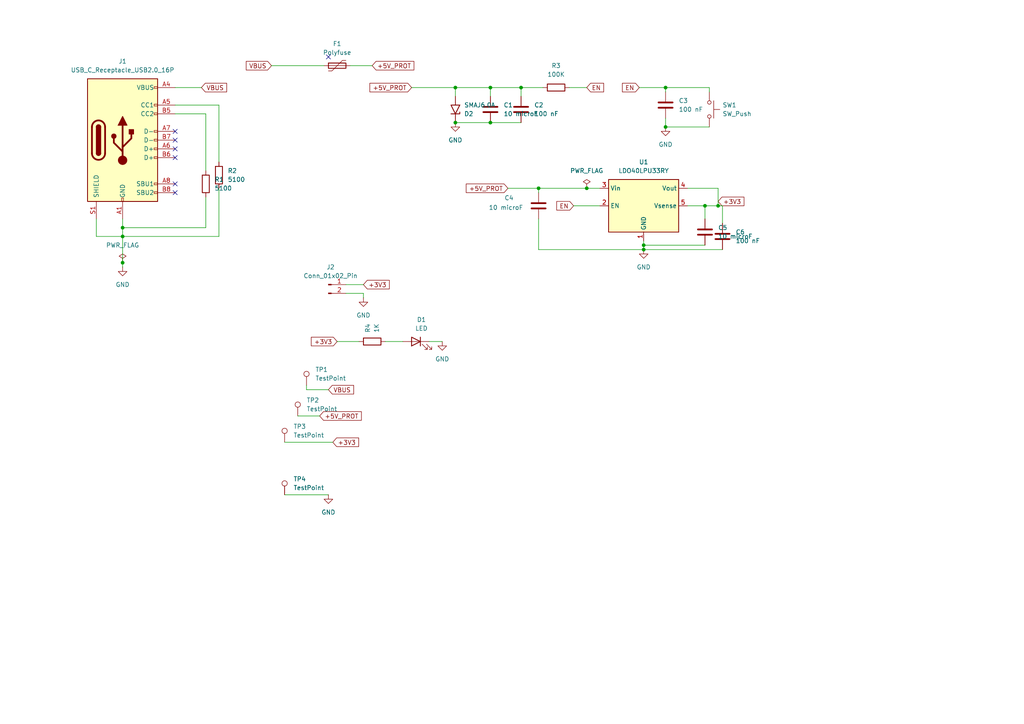
<source format=kicad_sch>
(kicad_sch (version 20250114) (generator "eeschema") (generator_version "9.0")
  (paper "A4")
  (lib_symbols
    (symbol "Connector:Conn_01x02_Pin" (pin_names (offset 1.016) (hide yes))
      (property "Reference" "J" (at 0 2.54 0))
      (property "Value" "Conn_01x02_Pin" (at 0 -5.08 0))
      (symbol "Conn_01x02_Pin_1_1"
        (rectangle (start 0.8636 0.127) (end 0 -0.127) (stroke (width 0.1524)) (fill (type outline)))
        (rectangle (start 0.8636 -2.413) (end 0 -2.667) (stroke (width 0.1524)) (fill (type outline)))
        (polyline (pts (xy 1.27 0) (xy 0.8636 0)) (stroke (width 0.1524)))
        (polyline (pts (xy 1.27 -2.54) (xy 0.8636 -2.54)) (stroke (width 0.1524)))
        (pin passive line (at 5.08 0 180) (length 3.81) (name "Pin_1") (number "1"))
        (pin passive line (at 5.08 -2.54 180) (length 3.81) (name "Pin_2") (number "2"))
      )
    )
    (symbol "Connector:TestPoint" (pin_numbers (hide yes)) (pin_names (offset 0.762) (hide yes))
      (property "Reference" "TP" (at 0 6.858 0))
      (property "Value" "TestPoint" (at 0 5.08 0))
      (symbol "TestPoint_0_1"
        (circle (center 0 3.302) (radius 0.762))
      )
      (symbol "TestPoint_1_1"
        (pin passive line (at 0 0 90) (length 2.54) (name "1") (number "1"))
      )
    )
    (symbol "Connector:USB_C_Receptacle_USB2.0_16P" (pin_names (offset 1.016))
      (property "Reference" "J" (at 0 22.225 0))
      (property "Value" "USB_C_Receptacle_USB2.0_16P" (at 0 19.685 0))
      (symbol "USB_C_Receptacle_USB2.0_16P_0_0"
        (rectangle (start -0.254 -17.78) (end 0.254 -16.764))
        (rectangle (start 10.16 15.494) (end 9.144 14.986))
        (rectangle (start 10.16 10.414) (end 9.144 9.906))
        (rectangle (start 10.16 7.874) (end 9.144 7.366))
        (rectangle (start 10.16 2.794) (end 9.144 2.286))
        (rectangle (start 10.16 0.254) (end 9.144 -0.254))
        (rectangle (start 10.16 -2.286) (end 9.144 -2.794))
        (rectangle (start 10.16 -4.826) (end 9.144 -5.334))
        (rectangle (start 10.16 -12.446) (end 9.144 -12.954))
        (rectangle (start 10.16 -14.986) (end 9.144 -15.494))
      )
      (symbol "USB_C_Receptacle_USB2.0_16P_0_1"
        (rectangle (start -10.16 17.78) (end 10.16 -17.78) (stroke (width 0.254)) (fill (type background)))
        (polyline (pts (xy -8.89 -3.81) (xy -8.89 3.81)) (stroke (width 0.508)))
        (rectangle (start -7.62 -3.81) (end -6.35 3.81) (stroke (width 0.254)) (fill (type outline)))
        (arc (start -7.62 3.81) (mid -6.985 4.4423) (end -6.35 3.81) (stroke (width 0.254)))
        (arc (start -7.62 3.81) (mid -6.985 4.4423) (end -6.35 3.81) (stroke (width 0.254)) (fill (type outline)))
        (arc (start -8.89 3.81) (mid -6.985 5.7067) (end -5.08 3.81) (stroke (width 0.508)))
        (arc (start -5.08 -3.81) (mid -6.985 -5.7067) (end -8.89 -3.81) (stroke (width 0.508)))
        (arc (start -6.35 -3.81) (mid -6.985 -4.4423) (end -7.62 -3.81) (stroke (width 0.254)))
        (arc (start -6.35 -3.81) (mid -6.985 -4.4423) (end -7.62 -3.81) (stroke (width 0.254)) (fill (type outline)))
        (polyline (pts (xy -5.08 3.81) (xy -5.08 -3.81)) (stroke (width 0.508)))
        (circle (center -2.54 1.143) (radius 0.635) (stroke (width 0.254)) (fill (type outline)))
        (polyline (pts (xy -1.27 4.318) (xy 0 6.858) (xy 1.27 4.318) (xy -1.27 4.318)) (stroke (width 0.254)) (fill (type outline)))
        (polyline (pts (xy 0 -2.032) (xy 2.54 0.508) (xy 2.54 1.778)) (stroke (width 0.508)))
        (polyline (pts (xy 0 -3.302) (xy -2.54 -0.762) (xy -2.54 0.508)) (stroke (width 0.508)))
        (polyline (pts (xy 0 -5.842) (xy 0 4.318)) (stroke (width 0.508)))
        (circle (center 0 -5.842) (radius 1.27) (fill (type outline)))
        (rectangle (start 1.905 1.778) (end 3.175 3.048) (stroke (width 0.254)) (fill (type outline)))
      )
      (symbol "USB_C_Receptacle_USB2.0_16P_1_1"
        (pin passive line (at -7.62 -22.86 90) (length 5.08) (name "SHIELD") (number "S1"))
        (pin passive line (at 0 -22.86 90) (length 5.08) (name "GND") (number "A1"))
        (pin passive line (at 0 -22.86 90) (length 5.08) (hide yes) (name "GND") (number "A12"))
        (pin passive line (at 0 -22.86 90) (length 5.08) (hide yes) (name "GND") (number "B1"))
        (pin passive line (at 0 -22.86 90) (length 5.08) (hide yes) (name "GND") (number "B12"))
        (pin passive line (at 15.24 15.24 180) (length 5.08) (name "VBUS") (number "A4"))
        (pin passive line (at 15.24 15.24 180) (length 5.08) (hide yes) (name "VBUS") (number "A9"))
        (pin passive line (at 15.24 15.24 180) (length 5.08) (hide yes) (name "VBUS") (number "B4"))
        (pin passive line (at 15.24 15.24 180) (length 5.08) (hide yes) (name "VBUS") (number "B9"))
        (pin bidirectional line (at 15.24 10.16 180) (length 5.08) (name "CC1") (number "A5"))
        (pin bidirectional line (at 15.24 7.62 180) (length 5.08) (name "CC2") (number "B5"))
        (pin bidirectional line (at 15.24 2.54 180) (length 5.08) (name "D-") (number "A7"))
        (pin bidirectional line (at 15.24 0 180) (length 5.08) (name "D-") (number "B7"))
        (pin bidirectional line (at 15.24 -2.54 180) (length 5.08) (name "D+") (number "A6"))
        (pin bidirectional line (at 15.24 -5.08 180) (length 5.08) (name "D+") (number "B6"))
        (pin bidirectional line (at 15.24 -12.7 180) (length 5.08) (name "SBU1") (number "A8"))
        (pin bidirectional line (at 15.24 -15.24 180) (length 5.08) (name "SBU2") (number "B8"))
      )
    )
    (symbol "Device:C" (pin_numbers (hide yes)) (pin_names (offset 0.254))
      (property "Reference" "C" (at 0.635 2.54 0))
      (property "Value" "C" (at 0.635 -2.54 0))
      (symbol "C_0_1"
        (polyline (pts (xy -2.032 0.762) (xy 2.032 0.762)) (stroke (width 0.508)))
        (polyline (pts (xy -2.032 -0.762) (xy 2.032 -0.762)) (stroke (width 0.508)))
      )
      (symbol "C_1_1"
        (pin passive line (at 0 3.81 270) (length 2.794) (name "~") (number "1"))
        (pin passive line (at 0 -3.81 90) (length 2.794) (name "~") (number "2"))
      )
    )
    (symbol "Device:LED" (pin_numbers (hide yes)) (pin_names (offset 1.016) (hide yes))
      (property "Reference" "D" (at 0 2.54 0))
      (property "Value" "LED" (at 0 -2.54 0))
      (symbol "LED_0_1"
        (polyline (pts (xy -3.048 -0.762) (xy -4.572 -2.286) (xy -3.81 -2.286) (xy -4.572 -2.286) (xy -4.572 -1.524)))
        (polyline (pts (xy -1.778 -0.762) (xy -3.302 -2.286) (xy -2.54 -2.286) (xy -3.302 -2.286) (xy -3.302 -1.524)))
        (polyline (pts (xy -1.27 0) (xy 1.27 0)))
        (polyline (pts (xy -1.27 -1.27) (xy -1.27 1.27)) (stroke (width 0.254)))
        (polyline (pts (xy 1.27 -1.27) (xy 1.27 1.27) (xy -1.27 0) (xy 1.27 -1.27)) (stroke (width 0.254)))
      )
      (symbol "LED_1_1"
        (pin passive line (at -3.81 0 0) (length 2.54) (name "K") (number "1"))
        (pin passive line (at 3.81 0 180) (length 2.54) (name "A") (number "2"))
      )
    )
    (symbol "Device:Polyfuse" (pin_numbers (hide yes)) (pin_names (offset 0))
      (property "Reference" "F" (at -2.54 0 90))
      (property "Value" "Polyfuse" (at 2.54 0 90))
      (symbol "Polyfuse_0_1"
        (polyline (pts (xy -1.524 2.54) (xy -1.524 1.524) (xy 1.524 -1.524) (xy 1.524 -2.54)))
        (rectangle (start -0.762 2.54) (end 0.762 -2.54) (stroke (width 0.254)))
        (polyline (pts (xy 0 2.54) (xy 0 -2.54)))
      )
      (symbol "Polyfuse_1_1"
        (pin passive line (at 0 3.81 270) (length 1.27) (name "~") (number "1"))
        (pin passive line (at 0 -3.81 90) (length 1.27) (name "~") (number "2"))
      )
    )
    (symbol "Device:R" (pin_numbers (hide yes)) (pin_names (offset 0))
      (property "Reference" "R" (at 2.032 0 90))
      (property "Value" "R" (at 0 0 90))
      (symbol "R_0_1"
        (rectangle (start -1.016 -2.54) (end 1.016 2.54) (stroke (width 0.254)))
      )
      (symbol "R_1_1"
        (pin passive line (at 0 3.81 270) (length 1.27) (name "~") (number "1"))
        (pin passive line (at 0 -3.81 90) (length 1.27) (name "~") (number "2"))
      )
    )
    (symbol "Diode:SMAJ5.0A" (pin_numbers (hide yes)) (pin_names (offset 1.016) (hide yes))
      (property "Reference" "D" (at 0 2.54 0))
      (property "Value" "SMAJ5.0A" (at 0 -2.54 0))
      (symbol "SMAJ5.0A_0_1"
        (polyline (pts (xy -0.762 1.27) (xy -1.27 1.27) (xy -1.27 -1.27)) (stroke (width 0.254)))
        (polyline (pts (xy 1.27 1.27) (xy 1.27 -1.27) (xy -1.27 0) (xy 1.27 1.27)) (stroke (width 0.254)))
      )
      (symbol "SMAJ5.0A_1_1"
        (pin passive line (at -3.81 0 0) (length 2.54) (name "A1") (number "1"))
        (pin passive line (at 3.81 0 180) (length 2.54) (name "A2") (number "2"))
      )
    )
    (symbol "Regulator_Linear:LDO40LPU33RY"
      (property "Reference" "U" (at 0 0 0))
      (property "Value" "LDO40LPU33RY" (at 0 0 0))
      (symbol "LDO40LPU33RY_1_1"
        (rectangle (start -10.16 7.62) (end 10.16 -7.62) (stroke (width 0.254)) (fill (type background)))
        (pin power_in line (at -12.7 5.08 0) (length 2.54) (name "Vin") (number "3"))
        (pin input line (at -12.7 0 0) (length 2.54) (name "EN") (number "2"))
        (pin no_connect line (at -2.54 -10.16 90) (length 2.54) (hide yes) (name "NC") (number "6"))
        (pin power_in line (at 0 -10.16 90) (length 2.54) (name "GND") (number "1"))
        (pin passive line (at 0 -10.16 90) (length 2.54) (hide yes) (name "GND") (number "7"))
        (pin power_out line (at 12.7 5.08 180) (length 2.54) (name "Vout") (number "4"))
        (pin input line (at 12.7 0 180) (length 2.54) (name "Vsense") (number "5"))
      )
    )
    (symbol "Switch:SW_Push" (pin_numbers (hide yes)) (pin_names (offset 1.016) (hide yes))
      (property "Reference" "SW" (at 1.27 2.54 0))
      (property "Value" "SW_Push" (at 0 -1.524 0))
      (symbol "SW_Push_0_1"
        (circle (center -2.032 0) (radius 0.508))
        (polyline (pts (xy 0 1.27) (xy 0 3.048)))
        (circle (center 2.032 0) (radius 0.508))
        (polyline (pts (xy 2.54 1.27) (xy -2.54 1.27)))
        (pin passive line (at -5.08 0 0) (length 2.54) (name "1") (number "1"))
        (pin passive line (at 5.08 0 180) (length 2.54) (name "2") (number "2"))
      )
    )
    (symbol "power:GND" (power) (pin_numbers (hide yes)) (pin_names (offset 0) (hide yes))
      (property "Value" "GND" (at 0 -3.81 0))
      (symbol "GND_0_1"
        (polyline (pts (xy 0 0) (xy 0 -1.27) (xy 1.27 -1.27) (xy 0 -2.54) (xy -1.27 -1.27) (xy 0 -1.27)))
      )
      (symbol "GND_1_1"
        (pin power_in line (at 0 0 270) (length 0) (name "~") (number "1"))
      )
    )
    (symbol "power:PWR_FLAG" (power) (pin_numbers (hide yes)) (pin_names (offset 0) (hide yes))
      (property "Value" "PWR_FLAG" (at 0 3.81 0))
      (symbol "PWR_FLAG_0_0"
        (pin power_out line (at 0 0 90) (length 0) (name "~") (number "1"))
      )
      (symbol "PWR_FLAG_0_1"
        (polyline (pts (xy 0 0) (xy 0 1.27) (xy -1.016 1.905) (xy 0 2.54) (xy 1.016 1.905) (xy 0 1.27)))
      )
    )
  )
  (junction (at 35.56 66.04))
  (junction (at 186.69 71.12))
  (junction (at 170.18 54.61))
  (junction (at 151.13 25.4))
  (junction (at 156.21 54.61))
  (junction (at 35.56 76.2))
  (junction (at 193.04 36.83))
  (junction (at 208.28 59.69))
  (junction (at 132.08 35.56))
  (junction (at 186.69 72.39))
  (junction (at 142.24 35.56))
  (junction (at 204.47 59.69))
  (junction (at 132.08 25.4))
  (junction (at 142.24 25.4))
  (junction (at 35.56 68.58))
  (junction (at 193.04 25.4))
  (no_connect (at 50.8 53.34))
  (no_connect (at 50.8 55.88))
  (no_connect (at 50.8 45.72))
  (no_connect (at 50.8 40.64))
  (no_connect (at 50.8 43.18))
  (no_connect (at 50.8 38.1))
  (no_connect (at 95.25 16.51))
  (wire (pts (xy 208.28 59.69) (xy 209.55 59.69)))
  (wire (pts (xy 35.56 66.04) (xy 35.56 68.58)))
  (wire (pts (xy 186.69 69.85) (xy 186.69 71.12)))
  (wire (pts (xy 209.55 59.69) (xy 209.55 64.77)))
  (wire (pts (xy 132.08 25.4) (xy 142.24 25.4)))
  (wire (pts (xy 186.69 72.39) (xy 209.55 72.39)))
  (wire (pts (xy 166.37 59.69) (xy 173.99 59.69)))
  (wire (pts (xy 147.32 54.61) (xy 156.21 54.61)))
  (wire (pts (xy 105.41 85.09) (xy 105.41 86.36)))
  (wire (pts (xy 88.9 113.03) (xy 88.9 111.76)))
  (wire (pts (xy 50.8 33.02) (xy 59.69 33.02)))
  (wire (pts (xy 204.47 59.69) (xy 204.47 63.5)))
  (wire (pts (xy 35.56 68.58) (xy 63.5 68.58)))
  (wire (pts (xy 35.56 76.2) (xy 35.56 77.47)))
  (wire (pts (xy 156.21 72.39) (xy 186.69 72.39)))
  (wire (pts (xy 35.56 68.58) (xy 35.56 76.2)))
  (wire (pts (xy 100.33 82.55) (xy 105.41 82.55)))
  (wire (pts (xy 82.55 128.27) (xy 96.52 128.27)))
  (wire (pts (xy 193.04 25.4) (xy 193.04 26.67)))
  (wire (pts (xy 205.74 25.4) (xy 205.74 26.67)))
  (wire (pts (xy 59.69 33.02) (xy 59.69 49.53)))
  (wire (pts (xy 95.25 113.03) (xy 88.9 113.03)))
  (wire (pts (xy 63.5 30.48) (xy 63.5 46.99)))
  (wire (pts (xy 86.36 120.65) (xy 92.71 120.65)))
  (wire (pts (xy 208.28 54.61) (xy 208.28 59.69)))
  (wire (pts (xy 165.1 25.4) (xy 170.18 25.4)))
  (wire (pts (xy 124.46 99.06) (xy 128.27 99.06)))
  (wire (pts (xy 151.13 25.4) (xy 157.48 25.4)))
  (wire (pts (xy 205.74 36.83) (xy 193.04 36.83)))
  (wire (pts (xy 156.21 54.61) (xy 170.18 54.61)))
  (wire (pts (xy 193.04 36.83) (xy 193.04 34.29)))
  (wire (pts (xy 50.8 30.48) (xy 63.5 30.48)))
  (wire (pts (xy 142.24 25.4) (xy 142.24 27.94)))
  (wire (pts (xy 151.13 25.4) (xy 142.24 25.4)))
  (wire (pts (xy 170.18 54.61) (xy 173.99 54.61)))
  (wire (pts (xy 199.39 59.69) (xy 204.47 59.69)))
  (wire (pts (xy 111.76 99.06) (xy 116.84 99.06)))
  (wire (pts (xy 35.56 66.04) (xy 59.69 66.04)))
  (wire (pts (xy 204.47 59.69) (xy 208.28 59.69)))
  (wire (pts (xy 97.79 99.06) (xy 104.14 99.06)))
  (wire (pts (xy 151.13 27.94) (xy 151.13 25.4)))
  (wire (pts (xy 199.39 54.61) (xy 208.28 54.61)))
  (wire (pts (xy 186.69 71.12) (xy 204.47 71.12)))
  (wire (pts (xy 156.21 63.5) (xy 156.21 72.39)))
  (wire (pts (xy 35.56 63.5) (xy 35.56 66.04)))
  (wire (pts (xy 156.21 54.61) (xy 156.21 55.88)))
  (wire (pts (xy 101.6 19.05) (xy 107.95 19.05)))
  (wire (pts (xy 100.33 85.09) (xy 105.41 85.09)))
  (wire (pts (xy 132.08 35.56) (xy 142.24 35.56)))
  (wire (pts (xy 119.38 25.4) (xy 132.08 25.4)))
  (wire (pts (xy 27.94 63.5) (xy 27.94 68.58)))
  (wire (pts (xy 27.94 68.58) (xy 35.56 68.58)))
  (wire (pts (xy 82.55 143.51) (xy 95.25 143.51)))
  (wire (pts (xy 142.24 35.56) (xy 151.13 35.56)))
  (wire (pts (xy 193.04 25.4) (xy 205.74 25.4)))
  (wire (pts (xy 132.08 25.4) (xy 132.08 27.94)))
  (wire (pts (xy 185.42 25.4) (xy 193.04 25.4)))
  (wire (pts (xy 63.5 54.61) (xy 63.5 68.58)))
  (wire (pts (xy 186.69 71.12) (xy 186.69 72.39)))
  (wire (pts (xy 50.8 25.4) (xy 58.42 25.4)))
  (wire (pts (xy 59.69 57.15) (xy 59.69 66.04)))
  (wire (pts (xy 78.74 19.05) (xy 93.98 19.05)))
  (global_label "+5V_PROT" (shape input) (at 147.32 54.61 180) (property "Intersheetrefs" "${INTERSHEET_REFS}" (effects (hide yes))))
  (global_label "VBUS" (shape input) (at 58.42 25.4 0) (property "Intersheetrefs" "${INTERSHEET_REFS}" (effects (hide yes))))
  (global_label "+3V3" (shape input) (at 105.41 82.55 0) (property "Intersheetrefs" "${INTERSHEET_REFS}" (effects (hide yes))))
  (global_label "+5V_PROT" (shape input) (at 92.71 120.65 0) (property "Intersheetrefs" "${INTERSHEET_REFS}" (effects (hide yes))))
  (global_label "+3V3" (shape input) (at 97.79 99.06 180) (property "Intersheetrefs" "${INTERSHEET_REFS}" (effects (hide yes))))
  (global_label "+5V_PROT" (shape input) (at 119.38 25.4 180) (property "Intersheetrefs" "${INTERSHEET_REFS}" (effects (hide yes))))
  (global_label "VBUS" (shape input) (at 78.74 19.05 180) (property "Intersheetrefs" "${INTERSHEET_REFS}" (effects (hide yes))))
  (global_label "EN" (shape input) (at 185.42 25.4 180) (property "Intersheetrefs" "${INTERSHEET_REFS}" (effects (hide yes))))
  (global_label "+5V_PROT" (shape input) (at 107.95 19.05 0) (property "Intersheetrefs" "${INTERSHEET_REFS}" (effects (hide yes))))
  (global_label "+3V3" (shape input) (at 208.28 58.42 0) (property "Intersheetrefs" "${INTERSHEET_REFS}" (effects (hide yes))))
  (global_label "+3V3" (shape input) (at 96.52 128.27 0) (property "Intersheetrefs" "${INTERSHEET_REFS}" (effects (hide yes))))
  (global_label "EN" (shape input) (at 170.18 25.4 0) (property "Intersheetrefs" "${INTERSHEET_REFS}" (effects (hide yes))))
  (global_label "VBUS" (shape input) (at 95.25 113.03 0) (property "Intersheetrefs" "${INTERSHEET_REFS}" (effects (hide yes))))
  (global_label "EN" (shape input) (at 166.37 59.69 180) (property "Intersheetrefs" "${INTERSHEET_REFS}" (effects (hide yes))))
  (symbol (lib_id "Device:C") (at 193.04 30.48 0) (unit 1)
    (property "Reference" "C3" (at 196.85 29.2099 0) (effects (justify left)))
    (property "Value" "100 nF" (at 196.85 31.7499 0) (effects (justify left)))
    (property "Footprint" "Capacitor_SMD:C_0805_2012Metric" (effects (hide yes)))
    (property "Description" "Unpolarized capacitor" (effects (hide yes)))
  )
  (symbol (lib_id "Device:LED") (at 120.65 99.06 0) (mirror y) (unit 1)
    (property "Reference" "D1" (at 122.2375 92.71 0))
    (property "Value" "LED" (at 122.2375 95.25 0))
    (property "Footprint" "LED_SMD:LED_0805_2012Metric" (effects (hide yes)))
    (property "Description" "Light emitting diode" (effects (hide yes)))
    (property "Sim.Pins" "1=K 2=A" (effects (hide yes)))
  )
  (symbol (lib_id "Connector:USB_C_Receptacle_USB2.0_16P") (at 35.56 40.64 0) (unit 1)
    (property "Reference" "J1" (at 35.56 17.78 0))
    (property "Value" "USB_C_Receptacle_USB2.0_16P" (at 35.56 20.32 0))
    (property "Footprint" "Connector_USB:USB_C_Receptacle_GCT_USB4085" (effects (hide yes)))
    (property "Datasheet" "https://www.usb.org/sites/default/files/documents/usb_type-c.zip" (effects (hide yes)))
    (property "Description" "USB 2.0-only 16P Type-C Receptacle connector" (effects (hide yes)))
  )
  (symbol (lib_id "Device:C") (at 209.55 68.58 0) (unit 1)
    (property "Reference" "C6" (at 213.36 67.3099 0) (effects (justify left)))
    (property "Value" "100 nF" (at 213.36 69.8499 0) (effects (justify left)))
    (property "Footprint" "Capacitor_SMD:C_0805_2012Metric" (effects (hide yes)))
    (property "Description" "Unpolarized capacitor" (effects (hide yes)))
  )
  (symbol (lib_id "Device:C") (at 156.21 59.69 0) (unit 1)
    (property "Reference" "C4" (at 146.304 57.404 0) (effects (justify left)))
    (property "Value" "10 microF" (at 141.732 60.198 0) (effects (justify left)))
    (property "Footprint" "Capacitor_SMD:C_0805_2012Metric" (effects (hide yes)))
    (property "Description" "Unpolarized capacitor" (effects (hide yes)))
  )
  (symbol (lib_id "Device:R") (at 161.29 25.4 90) (unit 1)
    (property "Reference" "R3" (at 161.29 19.05 90))
    (property "Value" "100K" (at 161.29 21.59 90))
    (property "Footprint" "Resistor_SMD:R_0805_2012Metric" (effects (hide yes)))
    (property "Description" "Resistor" (effects (hide yes)))
  )
  (symbol (lib_id "Connector:TestPoint") (at 82.55 128.27 0) (unit 1)
    (property "Reference" "TP3" (at 85.09 123.6979 0) (effects (justify left)))
    (property "Value" "TestPoint" (at 85.09 126.2379 0) (effects (justify left)))
    (property "Footprint" "TestPoint:TestPoint_Pad_D1.5mm" (effects (hide yes)))
    (property "Description" "test point" (effects (hide yes)))
  )
  (symbol (lib_id "power:GND") (at 128.27 99.06 0) (unit 1)
    (property "Reference" "#PWR06" (effects (hide yes)))
    (property "Value" "GND" (at 128.27 104.14 0))
    (property "Description" "Power symbol creates a global label with name \"GND\" , ground" (effects (hide yes)))
  )
  (symbol (lib_id "power:GND") (at 95.25 143.51 0) (unit 1)
    (property "Reference" "#PWR07" (effects (hide yes)))
    (property "Value" "GND" (at 95.25 148.59 0))
    (property "Description" "Power symbol creates a global label with name \"GND\" , ground" (effects (hide yes)))
  )
  (symbol (lib_id "power:GND") (at 193.04 36.83 0) (unit 1)
    (property "Reference" "#PWR03" (effects (hide yes)))
    (property "Value" "GND" (at 193.04 41.91 0))
    (property "Description" "Power symbol creates a global label with name \"GND\" , ground" (effects (hide yes)))
  )
  (symbol (lib_id "Device:Polyfuse") (at 97.79 19.05 90) (unit 1)
    (property "Reference" "F1" (at 97.79 12.7 90))
    (property "Value" "Polyfuse" (at 97.79 15.24 90))
    (property "Footprint" "Fuse:Fuse_1812_4532Metric" (effects (hide yes)))
    (property "Description" "Resettable fuse, polymeric positive temperature coefficient" (effects (hide yes)))
  )
  (symbol (lib_id "power:PWR_FLAG") (at 170.18 54.61 0) (unit 1)
    (property "Reference" "#FLG02" (effects (hide yes)))
    (property "Value" "PWR_FLAG" (at 170.18 49.53 0))
    (property "Description" "Special symbol for telling ERC where power comes from" (effects (hide yes)))
  )
  (symbol (lib_id "Device:R") (at 59.69 53.34 0) (unit 1)
    (property "Reference" "R1" (at 62.23 52.0699 0) (effects (justify left)))
    (property "Value" "5100" (at 62.23 54.6099 0) (effects (justify left)))
    (property "Footprint" "Resistor_SMD:R_0805_2012Metric" (effects (hide yes)))
    (property "Description" "Resistor" (effects (hide yes)))
  )
  (symbol (lib_id "Connector:TestPoint") (at 86.36 120.65 0) (unit 1)
    (property "Reference" "TP2" (at 88.9 116.0779 0) (effects (justify left)))
    (property "Value" "TestPoint" (at 88.9 118.618 0) (effects (justify left)))
    (property "Footprint" "TestPoint:TestPoint_Pad_D1.5mm" (effects (hide yes)))
    (property "Description" "test point" (effects (hide yes)))
  )
  (symbol (lib_id "Connector:TestPoint") (at 88.9 111.76 0) (unit 1)
    (property "Reference" "TP1" (at 91.44 107.1879 0) (effects (justify left)))
    (property "Value" "TestPoint" (at 91.44 109.7279 0) (effects (justify left)))
    (property "Footprint" "TestPoint:TestPoint_Pad_D1.5mm" (effects (hide yes)))
    (property "Description" "test point" (effects (hide yes)))
  )
  (symbol (lib_id "Diode:SMAJ5.0A") (at 132.08 31.75 270) (mirror x) (unit 1)
    (property "Reference" "D2" (at 134.62 33.0201 90) (effects (justify left)))
    (property "Value" "SMAJ6.0A" (at 134.62 30.4801 90) (effects (justify left)))
    (property "Footprint" "Diode_SMD:D_SMA" (effects (hide yes)))
    (property "Datasheet" "https://www.littelfuse.com/media?resourcetype=datasheets&itemid=75e32973-b177-4ee3-a0ff-cedaf1abdb93&filename=smaj-datasheet" (effects (hide yes)))
    (property "Description" "400W unidirectional Transient Voltage Suppressor, 5.0Vr, SMA(DO-214AC)" (effects (hide yes)))
  )
  (symbol (lib_id "power:PWR_FLAG") (at 35.56 76.2 0) (unit 1)
    (property "Reference" "#FLG01" (effects (hide yes)))
    (property "Value" "PWR_FLAG" (at 35.56 71.12 0))
    (property "Description" "Special symbol for telling ERC where power comes from" (effects (hide yes)))
  )
  (symbol (lib_id "Device:R") (at 107.95 99.06 90) (unit 1)
    (property "Reference" "R4" (at 106.6799 96.52 0) (effects (justify left)))
    (property "Value" "1K" (at 109.2199 96.52 0) (effects (justify left)))
    (property "Footprint" "Resistor_SMD:R_0805_2012Metric" (effects (hide yes)))
    (property "Description" "Resistor" (effects (hide yes)))
  )
  (symbol (lib_id "Device:R") (at 63.5 50.8 0) (unit 1)
    (property "Reference" "R2" (at 66.04 49.5299 0) (effects (justify left)))
    (property "Value" "5100" (at 66.04 52.0699 0) (effects (justify left)))
    (property "Footprint" "Resistor_SMD:R_0805_2012Metric" (effects (hide yes)))
    (property "Description" "Resistor" (effects (hide yes)))
  )
  (symbol (lib_id "power:GND") (at 132.08 35.56 0) (unit 1)
    (property "Reference" "#PWR02" (effects (hide yes)))
    (property "Value" "GND" (at 132.08 40.64 0))
    (property "Description" "Power symbol creates a global label with name \"GND\" , ground" (effects (hide yes)))
  )
  (symbol (lib_id "power:GND") (at 35.56 77.47 0) (unit 1)
    (property "Reference" "#PWR01" (effects (hide yes)))
    (property "Value" "GND" (at 35.56 82.55 0))
    (property "Description" "Power symbol creates a global label with name \"GND\" , ground" (effects (hide yes)))
  )
  (symbol (lib_id "Switch:SW_Push") (at 205.74 31.75 270) (unit 1)
    (property "Reference" "SW1" (at 209.55 30.4799 90) (effects (justify left)))
    (property "Value" "SW_Push" (at 209.55 33.0199 90) (effects (justify left)))
    (property "Footprint" "Button_Switch_SMD:SW_SPST_TL3342" (effects (hide yes)))
    (property "Description" "Push button switch, generic, two pins" (effects (hide yes)))
  )
  (symbol (lib_id "power:GND") (at 105.41 86.36 0) (unit 1)
    (property "Reference" "#PWR05" (effects (hide yes)))
    (property "Value" "GND" (at 105.41 91.44 0))
    (property "Description" "Power symbol creates a global label with name \"GND\" , ground" (effects (hide yes)))
  )
  (symbol (lib_id "Device:C") (at 204.47 67.31 0) (unit 1)
    (property "Reference" "C5" (at 208.28 66.0399 0) (effects (justify left)))
    (property "Value" "10 microF" (at 208.28 68.5799 0) (effects (justify left)))
    (property "Footprint" "Capacitor_SMD:C_0805_2012Metric" (effects (hide yes)))
    (property "Description" "Unpolarized capacitor" (effects (hide yes)))
  )
  (symbol (lib_id "Device:C") (at 142.24 31.75 0) (unit 1)
    (property "Reference" "C1" (at 146.05 30.4799 0) (effects (justify left)))
    (property "Value" "10 microF" (at 146.05 33.0199 0) (effects (justify left)))
    (property "Footprint" "Capacitor_SMD:C_0805_2012Metric" (effects (hide yes)))
    (property "Description" "Unpolarized capacitor" (effects (hide yes)))
  )
  (symbol (lib_id "Connector:Conn_01x02_Pin") (at 95.25 82.55 0) (unit 1)
    (property "Reference" "J2" (at 95.885 77.47 0))
    (property "Value" "Conn_01x02_Pin" (at 95.885 80.01 0))
    (property "Footprint" "Connector_PinHeader_2.54mm:PinHeader_1x02_P2.54mm_Vertical" (effects (hide yes)))
    (property "Description" "Generic connector, single row, 01x02, script generated" (effects (hide yes)))
  )
  (symbol (lib_id "Device:C") (at 151.13 31.75 0) (unit 1)
    (property "Reference" "C2" (at 154.94 30.4799 0) (effects (justify left)))
    (property "Value" "100 nF" (at 154.94 33.0199 0) (effects (justify left)))
    (property "Footprint" "Capacitor_SMD:C_0805_2012Metric" (effects (hide yes)))
    (property "Description" "Unpolarized capacitor" (effects (hide yes)))
  )
  (symbol (lib_id "Regulator_Linear:LDO40LPU33RY") (at 186.69 59.69 0) (unit 1)
    (property "Reference" "U1" (at 186.69 46.99 0))
    (property "Value" "LDO40LPU33RY" (at 186.69 49.53 0))
    (property "Footprint" "Package_DFN_QFN:DFN-6-1EP_3x3mm_P0.95mm_EP1.7x2.6mm" (effects (hide yes)))
    (property "Datasheet" "https://www.st.com/resource/en/datasheet/ldo40l.pdf" (effects (hide yes)))
    (property "Description" "400mA, 3.5V-38V input, fixed positive 3.3V output, LDO regulator with enable, DFN-6" (effects (hide yes)))
  )
  (symbol (lib_id "power:GND") (at 186.69 72.39 0) (unit 1)
    (property "Reference" "#PWR04" (effects (hide yes)))
    (property "Value" "GND" (at 186.69 77.47 0))
    (property "Description" "Power symbol creates a global label with name \"GND\" , ground" (effects (hide yes)))
  )
  (symbol (lib_id "Connector:TestPoint") (at 82.55 143.51 0) (unit 1)
    (property "Reference" "TP4" (at 85.09 138.9379 0) (effects (justify left)))
    (property "Value" "TestPoint" (at 85.09 141.4779 0) (effects (justify left)))
    (property "Footprint" "TestPoint:TestPoint_Pad_D1.5mm" (effects (hide yes)))
    (property "Description" "test point" (effects (hide yes)))
  )
)
</source>
